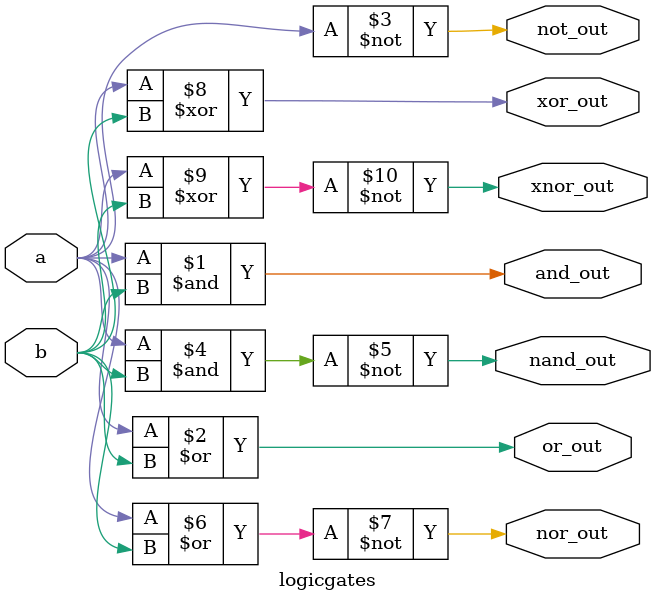
<source format=v>

module logicgates (
input wire a, // Input A
input wire b, // Input B
output wire and_out,
output wire or_out,
output wire not_out, // only on A
output wire nand_out,
output wire nor_out,
output wire xor_out,
output wire xnor_out
);
assign and_out = a & b; // AND gate
assign or_out = a | b; // OR gate
assign not_out = ~a; // NOT gate (on input A)
assign nand_out = ~(a & b); // NAND gate
assign nor_out = ~(a | b); // NOR gate
assign xor_out = a ^ b; // XOR gate
assign xnor_out = ~(a ^ b); // XNOR gate
endmodule
</source>
